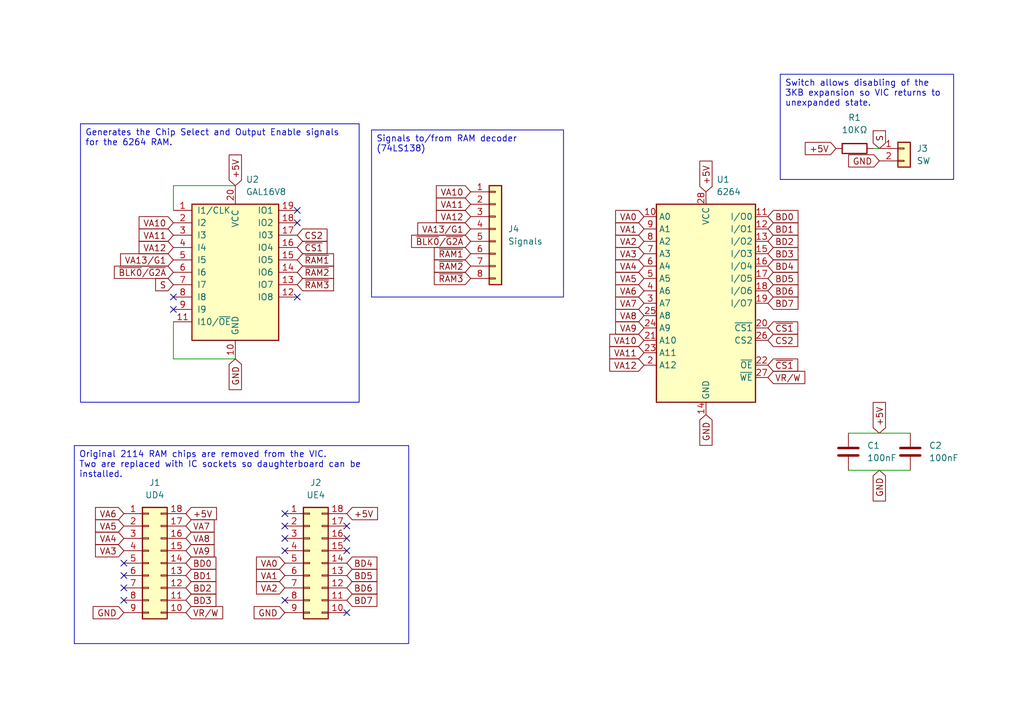
<source format=kicad_sch>
(kicad_sch (version 20250114) (generator "eeschema") (generator_version "9.0")
  (paper "A5")
  (title_block (title "Commodore VIC-20 BLK0 RAM Expansion ") (date "12-May-2025") (rev "A") (company "Brett Hallen") (comment 1 "www.youtube.com/@Brfff"))
  (lib_symbols
    (symbol "Connector_Generic:Conn_01x02" (pin_names (offset 1.016) (hide yes))
      (property "Reference" "J" (at 0 2.54 0))
      (property "Value" "Conn_01x02" (at 0 -5.08 0))
      (symbol "Conn_01x02_1_1"
        (rectangle (start -1.27 1.27) (end 1.27 -3.81) (stroke (width 0.254)) (fill (type background)))
        (rectangle (start -1.27 0.127) (end 0 -0.127) (stroke (width 0.1524)))
        (rectangle (start -1.27 -2.413) (end 0 -2.667) (stroke (width 0.1524)))
        (pin passive line (at -5.08 0 0) (length 3.81) (name "Pin_1") (number "1"))
        (pin passive line (at -5.08 -2.54 0) (length 3.81) (name "Pin_2") (number "2"))
      )
    )
    (symbol "Connector_Generic:Conn_01x08" (pin_names (offset 1.016) (hide yes))
      (property "Reference" "J" (at 0 10.16 0))
      (property "Value" "Conn_01x08" (at 0 -12.7 0))
      (symbol "Conn_01x08_1_1"
        (rectangle (start -1.27 8.89) (end 1.27 -11.43) (stroke (width 0.254)) (fill (type background)))
        (rectangle (start -1.27 7.747) (end 0 7.493) (stroke (width 0.1524)))
        (rectangle (start -1.27 5.207) (end 0 4.953) (stroke (width 0.1524)))
        (rectangle (start -1.27 2.667) (end 0 2.413) (stroke (width 0.1524)))
        (rectangle (start -1.27 0.127) (end 0 -0.127) (stroke (width 0.1524)))
        (rectangle (start -1.27 -2.413) (end 0 -2.667) (stroke (width 0.1524)))
        (rectangle (start -1.27 -4.953) (end 0 -5.207) (stroke (width 0.1524)))
        (rectangle (start -1.27 -7.493) (end 0 -7.747) (stroke (width 0.1524)))
        (rectangle (start -1.27 -10.033) (end 0 -10.287) (stroke (width 0.1524)))
        (pin passive line (at -5.08 7.62 0) (length 3.81) (name "Pin_1") (number "1"))
        (pin passive line (at -5.08 5.08 0) (length 3.81) (name "Pin_2") (number "2"))
        (pin passive line (at -5.08 2.54 0) (length 3.81) (name "Pin_3") (number "3"))
        (pin passive line (at -5.08 0 0) (length 3.81) (name "Pin_4") (number "4"))
        (pin passive line (at -5.08 -2.54 0) (length 3.81) (name "Pin_5") (number "5"))
        (pin passive line (at -5.08 -5.08 0) (length 3.81) (name "Pin_6") (number "6"))
        (pin passive line (at -5.08 -7.62 0) (length 3.81) (name "Pin_7") (number "7"))
        (pin passive line (at -5.08 -10.16 0) (length 3.81) (name "Pin_8") (number "8"))
      )
    )
    (symbol "Connector_Generic:Conn_02x09_Counter_Clockwise" (pin_names (offset 1.016) (hide yes))
      (property "Reference" "J" (at 1.27 12.7 0))
      (property "Value" "Conn_02x09_Counter_Clockwise" (at 1.27 -12.7 0))
      (symbol "Conn_02x09_Counter_Clockwise_1_1"
        (rectangle (start -1.27 11.43) (end 3.81 -11.43) (stroke (width 0.254)) (fill (type background)))
        (rectangle (start -1.27 10.287) (end 0 10.033) (stroke (width 0.1524)))
        (rectangle (start -1.27 7.747) (end 0 7.493) (stroke (width 0.1524)))
        (rectangle (start -1.27 5.207) (end 0 4.953) (stroke (width 0.1524)))
        (rectangle (start -1.27 2.667) (end 0 2.413) (stroke (width 0.1524)))
        (rectangle (start -1.27 0.127) (end 0 -0.127) (stroke (width 0.1524)))
        (rectangle (start -1.27 -2.413) (end 0 -2.667) (stroke (width 0.1524)))
        (rectangle (start -1.27 -4.953) (end 0 -5.207) (stroke (width 0.1524)))
        (rectangle (start -1.27 -7.493) (end 0 -7.747) (stroke (width 0.1524)))
        (rectangle (start -1.27 -10.033) (end 0 -10.287) (stroke (width 0.1524)))
        (rectangle (start 3.81 10.287) (end 2.54 10.033) (stroke (width 0.1524)))
        (rectangle (start 3.81 7.747) (end 2.54 7.493) (stroke (width 0.1524)))
        (rectangle (start 3.81 5.207) (end 2.54 4.953) (stroke (width 0.1524)))
        (rectangle (start 3.81 2.667) (end 2.54 2.413) (stroke (width 0.1524)))
        (rectangle (start 3.81 0.127) (end 2.54 -0.127) (stroke (width 0.1524)))
        (rectangle (start 3.81 -2.413) (end 2.54 -2.667) (stroke (width 0.1524)))
        (rectangle (start 3.81 -4.953) (end 2.54 -5.207) (stroke (width 0.1524)))
        (rectangle (start 3.81 -7.493) (end 2.54 -7.747) (stroke (width 0.1524)))
        (rectangle (start 3.81 -10.033) (end 2.54 -10.287) (stroke (width 0.1524)))
        (pin passive line (at -5.08 10.16 0) (length 3.81) (name "Pin_1") (number "1"))
        (pin passive line (at -5.08 7.62 0) (length 3.81) (name "Pin_2") (number "2"))
        (pin passive line (at -5.08 5.08 0) (length 3.81) (name "Pin_3") (number "3"))
        (pin passive line (at -5.08 2.54 0) (length 3.81) (name "Pin_4") (number "4"))
        (pin passive line (at -5.08 0 0) (length 3.81) (name "Pin_5") (number "5"))
        (pin passive line (at -5.08 -2.54 0) (length 3.81) (name "Pin_6") (number "6"))
        (pin passive line (at -5.08 -5.08 0) (length 3.81) (name "Pin_7") (number "7"))
        (pin passive line (at -5.08 -7.62 0) (length 3.81) (name "Pin_8") (number "8"))
        (pin passive line (at -5.08 -10.16 0) (length 3.81) (name "Pin_9") (number "9"))
        (pin passive line (at 7.62 10.16 180) (length 3.81) (name "Pin_18") (number "18"))
        (pin passive line (at 7.62 7.62 180) (length 3.81) (name "Pin_17") (number "17"))
        (pin passive line (at 7.62 5.08 180) (length 3.81) (name "Pin_16") (number "16"))
        (pin passive line (at 7.62 2.54 180) (length 3.81) (name "Pin_15") (number "15"))
        (pin passive line (at 7.62 0 180) (length 3.81) (name "Pin_14") (number "14"))
        (pin passive line (at 7.62 -2.54 180) (length 3.81) (name "Pin_13") (number "13"))
        (pin passive line (at 7.62 -5.08 180) (length 3.81) (name "Pin_12") (number "12"))
        (pin passive line (at 7.62 -7.62 180) (length 3.81) (name "Pin_11") (number "11"))
        (pin passive line (at 7.62 -10.16 180) (length 3.81) (name "Pin_10") (number "10"))
      )
    )
    (symbol "Device:C" (pin_numbers (hide yes)) (pin_names (offset 0.254))
      (property "Reference" "C" (at 0.635 2.54 0))
      (property "Value" "C" (at 0.635 -2.54 0))
      (symbol "C_0_1"
        (polyline (pts (xy -2.032 0.762) (xy 2.032 0.762)) (stroke (width 0.508)))
        (polyline (pts (xy -2.032 -0.762) (xy 2.032 -0.762)) (stroke (width 0.508)))
      )
      (symbol "C_1_1"
        (pin passive line (at 0 3.81 270) (length 2.794) (name "~") (number "1"))
        (pin passive line (at 0 -3.81 90) (length 2.794) (name "~") (number "2"))
      )
    )
    (symbol "Device:R" (pin_numbers (hide yes)) (pin_names (offset 0))
      (property "Reference" "R" (at 2.032 0 90))
      (property "Value" "R" (at 0 0 90))
      (symbol "R_0_1"
        (rectangle (start -1.016 -2.54) (end 1.016 2.54) (stroke (width 0.254)))
      )
      (symbol "R_1_1"
        (pin passive line (at 0 3.81 270) (length 1.27) (name "~") (number "1"))
        (pin passive line (at 0 -3.81 90) (length 1.27) (name "~") (number "2"))
      )
    )
    (symbol "Logic_Programmable:GAL16V8" (pin_names (offset 1.016))
      (property "Reference" "U" (at -8.89 16.51 0))
      (property "Value" "GAL16V8" (at 1.27 16.51 0))
      (symbol "GAL16V8_0_0"
        (pin power_in line (at 0 17.78 270) (length 3.81) (name "VCC") (number "20"))
        (pin power_in line (at 0 -17.78 90) (length 3.81) (name "GND") (number "10"))
      )
      (symbol "GAL16V8_0_1"
        (rectangle (start -8.89 13.97) (end 8.89 -13.97) (stroke (width 0.254)) (fill (type background)))
      )
      (symbol "GAL16V8_1_1"
        (pin input line (at -12.7 12.7 0) (length 3.81) (name "I1/CLK") (number "1"))
        (pin input line (at -12.7 10.16 0) (length 3.81) (name "I2") (number "2"))
        (pin input line (at -12.7 7.62 0) (length 3.81) (name "I3") (number "3"))
        (pin input line (at -12.7 5.08 0) (length 3.81) (name "I4") (number "4"))
        (pin input line (at -12.7 2.54 0) (length 3.81) (name "I5") (number "5"))
        (pin input line (at -12.7 0 0) (length 3.81) (name "I6") (number "6"))
        (pin input line (at -12.7 -2.54 0) (length 3.81) (name "I7") (number "7"))
        (pin input line (at -12.7 -5.08 0) (length 3.81) (name "I8") (number "8"))
        (pin input line (at -12.7 -7.62 0) (length 3.81) (name "I9") (number "9"))
        (pin input line (at -12.7 -10.16 0) (length 3.81) (name "I10/~{OE}") (number "11"))
        (pin tri_state line (at 12.7 12.7 180) (length 3.81) (name "IO1") (number "19"))
        (pin tri_state line (at 12.7 10.16 180) (length 3.81) (name "IO2") (number "18"))
        (pin tri_state line (at 12.7 7.62 180) (length 3.81) (name "I03") (number "17"))
        (pin tri_state line (at 12.7 5.08 180) (length 3.81) (name "IO4") (number "16"))
        (pin tri_state line (at 12.7 2.54 180) (length 3.81) (name "IO5") (number "15"))
        (pin tri_state line (at 12.7 0 180) (length 3.81) (name "IO6") (number "14"))
        (pin tri_state line (at 12.7 -2.54 180) (length 3.81) (name "IO7") (number "13"))
        (pin tri_state line (at 12.7 -5.08 180) (length 3.81) (name "IO8") (number "12"))
      )
    )
    (symbol "Memory_RAM:HY6264AxP"
      (property "Reference" "U" (at -10.16 20.955 0))
      (property "Value" "HY6264AxP" (at 2.54 20.955 0))
      (symbol "HY6264AxP_0_0"
        (pin power_in line (at 0 22.86 270) (length 2.54) (name "VCC") (number "28"))
        (pin power_in line (at 0 -22.86 90) (length 2.54) (name "GND") (number "14"))
      )
      (symbol "HY6264AxP_0_1"
        (rectangle (start -10.16 20.32) (end 10.16 -20.32) (stroke (width 0.254)) (fill (type background)))
      )
      (symbol "HY6264AxP_1_1"
        (pin input line (at -12.7 17.78 0) (length 2.54) (name "A0") (number "10"))
        (pin input line (at -12.7 15.24 0) (length 2.54) (name "A1") (number "9"))
        (pin input line (at -12.7 12.7 0) (length 2.54) (name "A2") (number "8"))
        (pin input line (at -12.7 10.16 0) (length 2.54) (name "A3") (number "7"))
        (pin input line (at -12.7 7.62 0) (length 2.54) (name "A4") (number "6"))
        (pin input line (at -12.7 5.08 0) (length 2.54) (name "A5") (number "5"))
        (pin input line (at -12.7 2.54 0) (length 2.54) (name "A6") (number "4"))
        (pin input line (at -12.7 0 0) (length 2.54) (name "A7") (number "3"))
        (pin input line (at -12.7 -2.54 0) (length 2.54) (name "A8") (number "25"))
        (pin input line (at -12.7 -5.08 0) (length 2.54) (name "A9") (number "24"))
        (pin input line (at -12.7 -7.62 0) (length 2.54) (name "A10") (number "21"))
        (pin input line (at -12.7 -10.16 0) (length 2.54) (name "A11") (number "23"))
        (pin input line (at -12.7 -12.7 0) (length 2.54) (name "A12") (number "2"))
        (pin no_connect line (at 0 0 0) (length 2.54) (hide yes) (name "NC") (number "1"))
        (pin tri_state line (at 12.7 17.78 180) (length 2.54) (name "I/O0") (number "11"))
        (pin tri_state line (at 12.7 15.24 180) (length 2.54) (name "I/O1") (number "12"))
        (pin tri_state line (at 12.7 12.7 180) (length 2.54) (name "I/O2") (number "13"))
        (pin tri_state line (at 12.7 10.16 180) (length 2.54) (name "I/O3") (number "15"))
        (pin tri_state line (at 12.7 7.62 180) (length 2.54) (name "I/O4") (number "16"))
        (pin tri_state line (at 12.7 5.08 180) (length 2.54) (name "I/O5") (number "17"))
        (pin tri_state line (at 12.7 2.54 180) (length 2.54) (name "I/O6") (number "18"))
        (pin tri_state line (at 12.7 0 180) (length 2.54) (name "I/O7") (number "19"))
        (pin input line (at 12.7 -5.08 180) (length 2.54) (name "~{CS1}") (number "20"))
        (pin input line (at 12.7 -7.62 180) (length 2.54) (name "CS2") (number "26"))
        (pin input line (at 12.7 -12.7 180) (length 2.54) (name "~{OE}") (number "22"))
        (pin input line (at 12.7 -15.24 180) (length 2.54) (name "~{WE}") (number "27"))
      )
    )
  )
  (text_box "Generates the Chip Select and Output Enable signals for the 6264 RAM." (at 16.51 25.4 0) (size 57.15 57.15) (margins 0.9525 0.9525 0.9525 0.9525) (effects (font (size 1.27 1.27)) (justify left top)))
  (text_box "Switch allows disabling of the 3KB expansion so VIC returns to unexpanded state." (at 160.02 15.24 0) (size 35.56 21.59) (margins 0.9525 0.9525 0.9525 0.9525) (effects (font (size 1.27 1.27)) (justify left top)))
  (text_box "Signals to/from RAM decoder (74LS138)" (at 76.2 26.67 0) (size 39.37 34.29) (margins 0.9525 0.9525 0.9525 0.9525) (effects (font (size 1.27 1.27)) (justify left top)))
  (text_box "Original 2114 RAM chips are removed from the VIC.\nTwo are replaced with IC sockets so daughterboard can be installed." (at 15.24 91.44 0) (size 68.58 40.64) (margins 0.9525 0.9525 0.9525 0.9525) (effects (font (size 1.27 1.27)) (justify left top)))
  (no_connect (at 58.42 107.95))
  (no_connect (at 60.96 45.72))
  (no_connect (at 71.12 110.49))
  (no_connect (at 60.96 60.96))
  (no_connect (at 25.4 118.11))
  (no_connect (at 25.4 120.65))
  (no_connect (at 71.12 125.73))
  (no_connect (at 25.4 123.19))
  (no_connect (at 58.42 110.49))
  (no_connect (at 35.56 60.96))
  (no_connect (at 71.12 107.95))
  (no_connect (at 35.56 63.5))
  (no_connect (at 58.42 123.19))
  (no_connect (at 25.4 115.57))
  (no_connect (at 58.42 105.41))
  (no_connect (at 71.12 113.03))
  (no_connect (at 60.96 43.18))
  (no_connect (at 58.42 113.03))
  (wire (pts (xy 173.99 96.52) (xy 186.69 96.52)))
  (wire (pts (xy 35.56 73.66) (xy 35.56 66.04)))
  (wire (pts (xy 48.26 73.66) (xy 35.56 73.66)))
  (wire (pts (xy 179.07 30.48) (xy 180.34 30.48)))
  (wire (pts (xy 35.56 38.1) (xy 35.56 43.18)))
  (wire (pts (xy 173.99 88.9) (xy 186.69 88.9)))
  (wire (pts (xy 48.26 38.1) (xy 35.56 38.1)))
  (global_label "VA10" (shape input) (at 132.08 69.85 180) (property "Intersheetrefs" "${INTERSHEET_REFS}" (effects (hide yes))))
  (global_label "~{CS1}" (shape input) (at 157.48 67.31 0) (property "Intersheetrefs" "${INTERSHEET_REFS}" (effects (hide yes))))
  (global_label "VA4" (shape input) (at 25.4 110.49 180) (property "Intersheetrefs" "${INTERSHEET_REFS}" (effects (hide yes))))
  (global_label "+5V" (shape input) (at 180.34 88.9 90) (property "Intersheetrefs" "${INTERSHEET_REFS}" (effects (hide yes))))
  (global_label "VR{slash}W" (shape input) (at 157.48 77.47 0) (property "Intersheetrefs" "${INTERSHEET_REFS}" (effects (hide yes))))
  (global_label "VR{slash}W" (shape input) (at 38.1 125.73 0) (property "Intersheetrefs" "${INTERSHEET_REFS}" (effects (hide yes))))
  (global_label "~{BLK0}{slash}~{G2A}" (shape input) (at 96.52 49.53 180) (property "Intersheetrefs" "${INTERSHEET_REFS}" (effects (hide yes))))
  (global_label "VA7" (shape input) (at 38.1 107.95 0) (property "Intersheetrefs" "${INTERSHEET_REFS}" (effects (hide yes))))
  (global_label "VA10" (shape input) (at 96.52 39.37 180) (property "Intersheetrefs" "${INTERSHEET_REFS}" (effects (hide yes))))
  (global_label "VA11" (shape input) (at 132.08 72.39 180) (property "Intersheetrefs" "${INTERSHEET_REFS}" (effects (hide yes))))
  (global_label "~{RAM2}" (shape input) (at 60.96 55.88 0) (property "Intersheetrefs" "${INTERSHEET_REFS}" (effects (hide yes))))
  (global_label "BD2" (shape input) (at 157.48 49.53 0) (property "Intersheetrefs" "${INTERSHEET_REFS}" (effects (hide yes))))
  (global_label "VA5" (shape input) (at 25.4 107.95 180) (property "Intersheetrefs" "${INTERSHEET_REFS}" (effects (hide yes))))
  (global_label "VA8" (shape input) (at 132.08 64.77 180) (property "Intersheetrefs" "${INTERSHEET_REFS}" (effects (hide yes))))
  (global_label "BD0" (shape input) (at 38.1 115.57 0) (property "Intersheetrefs" "${INTERSHEET_REFS}" (effects (hide yes))))
  (global_label "VA3" (shape input) (at 132.08 52.07 180) (property "Intersheetrefs" "${INTERSHEET_REFS}" (effects (hide yes))))
  (global_label "BD1" (shape input) (at 38.1 118.11 0) (property "Intersheetrefs" "${INTERSHEET_REFS}" (effects (hide yes))))
  (global_label "~{CS1}" (shape input) (at 60.96 50.8 0) (property "Intersheetrefs" "${INTERSHEET_REFS}" (effects (hide yes))))
  (global_label "~{RAM1}" (shape input) (at 60.96 53.34 0) (property "Intersheetrefs" "${INTERSHEET_REFS}" (effects (hide yes))))
  (global_label "VA5" (shape input) (at 132.08 57.15 180) (property "Intersheetrefs" "${INTERSHEET_REFS}" (effects (hide yes))))
  (global_label "BD6" (shape input) (at 157.48 59.69 0) (property "Intersheetrefs" "${INTERSHEET_REFS}" (effects (hide yes))))
  (global_label "+5V" (shape input) (at 71.12 105.41 0) (property "Intersheetrefs" "${INTERSHEET_REFS}" (effects (hide yes))))
  (global_label "VA1" (shape input) (at 132.08 46.99 180) (property "Intersheetrefs" "${INTERSHEET_REFS}" (effects (hide yes))))
  (global_label "BD4" (shape input) (at 71.12 115.57 0) (property "Intersheetrefs" "${INTERSHEET_REFS}" (effects (hide yes))))
  (global_label "VA13{slash}G1" (shape input) (at 35.56 53.34 180) (property "Intersheetrefs" "${INTERSHEET_REFS}" (effects (hide yes))))
  (global_label "BD5" (shape input) (at 71.12 118.11 0) (property "Intersheetrefs" "${INTERSHEET_REFS}" (effects (hide yes))))
  (global_label "+5V" (shape input) (at 48.26 38.1 90) (property "Intersheetrefs" "${INTERSHEET_REFS}" (effects (hide yes))))
  (global_label "VA2" (shape input) (at 58.42 120.65 180) (property "Intersheetrefs" "${INTERSHEET_REFS}" (effects (hide yes))))
  (global_label "VA9" (shape input) (at 38.1 113.03 0) (property "Intersheetrefs" "${INTERSHEET_REFS}" (effects (hide yes))))
  (global_label "VA6" (shape input) (at 25.4 105.41 180) (property "Intersheetrefs" "${INTERSHEET_REFS}" (effects (hide yes))))
  (global_label "GND" (shape input) (at 180.34 96.52 270) (property "Intersheetrefs" "${INTERSHEET_REFS}" (effects (hide yes))))
  (global_label "VA0" (shape input) (at 132.08 44.45 180) (property "Intersheetrefs" "${INTERSHEET_REFS}" (effects (hide yes))))
  (global_label "~{RAM1}" (shape input) (at 96.52 52.07 180) (property "Intersheetrefs" "${INTERSHEET_REFS}" (effects (hide yes))))
  (global_label "VA3" (shape input) (at 25.4 113.03 180) (property "Intersheetrefs" "${INTERSHEET_REFS}" (effects (hide yes))))
  (global_label "+5V" (shape input) (at 171.45 30.48 180) (property "Intersheetrefs" "${INTERSHEET_REFS}" (effects (hide yes))))
  (global_label "VA13{slash}G1" (shape input) (at 96.52 46.99 180) (property "Intersheetrefs" "${INTERSHEET_REFS}" (effects (hide yes))))
  (global_label "VA7" (shape input) (at 132.08 62.23 180) (property "Intersheetrefs" "${INTERSHEET_REFS}" (effects (hide yes))))
  (global_label "+5V" (shape input) (at 144.78 39.37 90) (property "Intersheetrefs" "${INTERSHEET_REFS}" (effects (hide yes))))
  (global_label "VA12" (shape input) (at 132.08 74.93 180) (property "Intersheetrefs" "${INTERSHEET_REFS}" (effects (hide yes))))
  (global_label "VA11" (shape input) (at 96.52 41.91 180) (property "Intersheetrefs" "${INTERSHEET_REFS}" (effects (hide yes))))
  (global_label "VA12" (shape input) (at 35.56 50.8 180) (property "Intersheetrefs" "${INTERSHEET_REFS}" (effects (hide yes))))
  (global_label "BD7" (shape input) (at 71.12 123.19 0) (property "Intersheetrefs" "${INTERSHEET_REFS}" (effects (hide yes))))
  (global_label "GND" (shape input) (at 58.42 125.73 180) (property "Intersheetrefs" "${INTERSHEET_REFS}" (effects (hide yes))))
  (global_label "VA6" (shape input) (at 132.08 59.69 180) (property "Intersheetrefs" "${INTERSHEET_REFS}" (effects (hide yes))))
  (global_label "GND" (shape input) (at 48.26 73.66 270) (property "Intersheetrefs" "${INTERSHEET_REFS}" (effects (hide yes))))
  (global_label "BD6" (shape input) (at 71.12 120.65 0) (property "Intersheetrefs" "${INTERSHEET_REFS}" (effects (hide yes))))
  (global_label "~{RAM2}" (shape input) (at 96.52 54.61 180) (property "Intersheetrefs" "${INTERSHEET_REFS}" (effects (hide yes))))
  (global_label "CS2" (shape input) (at 60.96 48.26 0) (property "Intersheetrefs" "${INTERSHEET_REFS}" (effects (hide yes))))
  (global_label "VA9" (shape input) (at 132.08 67.31 180) (property "Intersheetrefs" "${INTERSHEET_REFS}" (effects (hide yes))))
  (global_label "VA12" (shape input) (at 96.52 44.45 180) (property "Intersheetrefs" "${INTERSHEET_REFS}" (effects (hide yes))))
  (global_label "BD4" (shape input) (at 157.48 54.61 0) (property "Intersheetrefs" "${INTERSHEET_REFS}" (effects (hide yes))))
  (global_label "BD3" (shape input) (at 157.48 52.07 0) (property "Intersheetrefs" "${INTERSHEET_REFS}" (effects (hide yes))))
  (global_label "~{RAM3}" (shape input) (at 96.52 57.15 180) (property "Intersheetrefs" "${INTERSHEET_REFS}" (effects (hide yes))))
  (global_label "VA4" (shape input) (at 132.08 54.61 180) (property "Intersheetrefs" "${INTERSHEET_REFS}" (effects (hide yes))))
  (global_label "~{BLK0}{slash}~{G2A}" (shape input) (at 35.56 55.88 180) (property "Intersheetrefs" "${INTERSHEET_REFS}" (effects (hide yes))))
  (global_label "VA10" (shape input) (at 35.56 45.72 180) (property "Intersheetrefs" "${INTERSHEET_REFS}" (effects (hide yes))))
  (global_label "BD5" (shape input) (at 157.48 57.15 0) (property "Intersheetrefs" "${INTERSHEET_REFS}" (effects (hide yes))))
  (global_label "~{RAM3}" (shape input) (at 60.96 58.42 0) (property "Intersheetrefs" "${INTERSHEET_REFS}" (effects (hide yes))))
  (global_label "GND" (shape input) (at 144.78 85.09 270) (property "Intersheetrefs" "${INTERSHEET_REFS}" (effects (hide yes))))
  (global_label "BD2" (shape input) (at 38.1 120.65 0) (property "Intersheetrefs" "${INTERSHEET_REFS}" (effects (hide yes))))
  (global_label "S" (shape input) (at 180.34 30.48 90) (property "Intersheetrefs" "${INTERSHEET_REFS}" (effects (hide yes))))
  (global_label "GND" (shape input) (at 25.4 125.73 180) (property "Intersheetrefs" "${INTERSHEET_REFS}" (effects (hide yes))))
  (global_label "BD7" (shape input) (at 157.48 62.23 0) (property "Intersheetrefs" "${INTERSHEET_REFS}" (effects (hide yes))))
  (global_label "BD3" (shape input) (at 38.1 123.19 0) (property "Intersheetrefs" "${INTERSHEET_REFS}" (effects (hide yes))))
  (global_label "CS2" (shape input) (at 157.48 69.85 0) (property "Intersheetrefs" "${INTERSHEET_REFS}" (effects (hide yes))))
  (global_label "S" (shape input) (at 35.56 58.42 180) (property "Intersheetrefs" "${INTERSHEET_REFS}" (effects (hide yes))))
  (global_label "VA11" (shape input) (at 35.56 48.26 180) (property "Intersheetrefs" "${INTERSHEET_REFS}" (effects (hide yes))))
  (global_label "BD0" (shape input) (at 157.48 44.45 0) (property "Intersheetrefs" "${INTERSHEET_REFS}" (effects (hide yes))))
  (global_label "GND" (shape input) (at 180.34 33.02 180) (property "Intersheetrefs" "${INTERSHEET_REFS}" (effects (hide yes))))
  (global_label "VA8" (shape input) (at 38.1 110.49 0) (property "Intersheetrefs" "${INTERSHEET_REFS}" (effects (hide yes))))
  (global_label "BD1" (shape input) (at 157.48 46.99 0) (property "Intersheetrefs" "${INTERSHEET_REFS}" (effects (hide yes))))
  (global_label "+5V" (shape input) (at 38.1 105.41 0) (property "Intersheetrefs" "${INTERSHEET_REFS}" (effects (hide yes))))
  (global_label "VA0" (shape input) (at 58.42 115.57 180) (property "Intersheetrefs" "${INTERSHEET_REFS}" (effects (hide yes))))
  (global_label "~{CS1}" (shape input) (at 157.48 74.93 0) (property "Intersheetrefs" "${INTERSHEET_REFS}" (effects (hide yes))))
  (global_label "VA1" (shape input) (at 58.42 118.11 180) (property "Intersheetrefs" "${INTERSHEET_REFS}" (effects (hide yes))))
  (global_label "VA2" (shape input) (at 132.08 49.53 180) (property "Intersheetrefs" "${INTERSHEET_REFS}" (effects (hide yes))))
  (symbol (lib_id "Logic_Programmable:GAL16V8") (at 48.26 55.88 0) (unit 1)
    (property "Reference" "U2" (at 50.4033 36.83 0) (effects (justify left)))
    (property "Value" "GAL16V8" (at 50.4033 39.37 0) (effects (justify left)))
    (property "Footprint" "Package_DIP:DIP-20_W7.62mm_Socket" (effects (hide yes)))
    (property "Description" "Programmable Logic Array, DIP-20/SOIC-20/PLCC-20" (effects (hide yes)))
  )
  (symbol (lib_id "Connector_Generic:Conn_01x02") (at 185.42 30.48 0) (unit 1)
    (property "Reference" "J3" (at 187.96 30.4799 0) (effects (justify left)))
    (property "Value" "SW" (at 187.96 33.0199 0) (effects (justify left)))
    (property "Footprint" "Connector_PinHeader_2.54mm:PinHeader_1x02_P2.54mm_Vertical" (effects (hide yes)))
    (property "Description" "Generic connector, single row, 01x02, script generated (kicad-library-utils/schlib/autogen/connector/)" (effects (hide yes)))
  )
  (symbol (lib_id "Connector_Generic:Conn_02x09_Counter_Clockwise") (at 30.48 115.57 0) (unit 1)
    (property "Reference" "J1" (at 31.75 99.06 0))
    (property "Value" "UD4" (at 31.75 101.6 0))
    (property "Footprint" "Package_DIP:DIP-18_W7.62mm" (effects (hide yes)))
    (property "Description" "Generic connector, double row, 02x09, counter clockwise pin numbering scheme (similar to DIP package numbering), script generated (kicad-library-utils/schlib/autogen/connector/)" (effects (hide yes)))
  )
  (symbol (lib_id "Connector_Generic:Conn_02x09_Counter_Clockwise") (at 63.5 115.57 0) (unit 1)
    (property "Reference" "J2" (at 64.77 99.06 0))
    (property "Value" "UE4" (at 64.77 101.6 0))
    (property "Footprint" "Package_DIP:DIP-18_W7.62mm" (effects (hide yes)))
    (property "Description" "Generic connector, double row, 02x09, counter clockwise pin numbering scheme (similar to DIP package numbering), script generated (kicad-library-utils/schlib/autogen/connector/)" (effects (hide yes)))
  )
  (symbol (lib_id "Device:C") (at 173.99 92.71 0) (unit 1)
    (property "Reference" "C1" (at 177.8 91.4399 0) (effects (justify left)))
    (property "Value" "100nF" (at 177.8 93.9799 0) (effects (justify left)))
    (property "Footprint" "Capacitor_THT:C_Disc_D3.0mm_W2.0mm_P2.50mm" (effects (hide yes)))
    (property "Description" "Unpolarized capacitor" (effects (hide yes)))
  )
  (symbol (lib_id "Connector_Generic:Conn_01x08") (at 101.6 46.99 0) (unit 1)
    (property "Reference" "J4" (at 104.14 46.9899 0) (effects (justify left)))
    (property "Value" "Signals" (at 104.14 49.5299 0) (effects (justify left)))
    (property "Footprint" "Connector_PinHeader_2.54mm:PinHeader_1x08_P2.54mm_Vertical" (effects (hide yes)))
    (property "Description" "Generic connector, single row, 01x08, script generated (kicad-library-utils/schlib/autogen/connector/)" (effects (hide yes)))
  )
  (symbol (lib_id "Device:C") (at 186.69 92.71 0) (unit 1)
    (property "Reference" "C2" (at 190.5 91.4399 0) (effects (justify left)))
    (property "Value" "100nF" (at 190.5 93.9799 0) (effects (justify left)))
    (property "Footprint" "Capacitor_THT:C_Disc_D3.0mm_W2.0mm_P2.50mm" (effects (hide yes)))
    (property "Description" "Unpolarized capacitor" (effects (hide yes)))
  )
  (symbol (lib_id "Memory_RAM:HY6264AxP") (at 144.78 62.23 0) (unit 1)
    (property "Reference" "U1" (at 146.9233 36.83 0) (effects (justify left)))
    (property "Value" "6264" (at 146.9233 39.37 0) (effects (justify left)))
    (property "Footprint" "Package_DIP:DIP-28_W15.24mm_Socket" (effects (hide yes)))
    (property "Datasheet" "https://www.farnell.com/datasheets/2159.pdf" (effects (hide yes)))
    (property "Description" "Not in Production, 8Kx8 bit Static RAM, 70/85/100/120/150ns, DIP-28" (effects (hide yes)))
  )
  (symbol (lib_id "Device:R") (at 175.26 30.48 90) (unit 1)
    (property "Reference" "R1" (at 175.26 24.13 90))
    (property "Value" "10KΩ" (at 175.26 26.67 90))
    (property "Footprint" "Resistor_THT:R_Axial_DIN0207_L6.3mm_D2.5mm_P7.62mm_Horizontal" (effects (hide yes)))
    (property "Description" "Resistor" (effects (hide yes)))
  )
)
</source>
